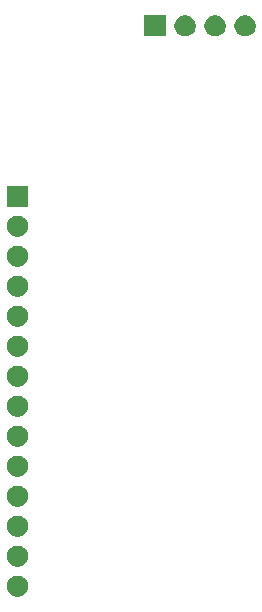
<source format=gbr>
G04 #@! TF.GenerationSoftware,KiCad,Pcbnew,(5.1.5)-3*
G04 #@! TF.CreationDate,2020-09-08T23:30:12-05:00*
G04 #@! TF.ProjectId,video-transceiver,76696465-6f2d-4747-9261-6e7363656976,rev?*
G04 #@! TF.SameCoordinates,Original*
G04 #@! TF.FileFunction,Soldermask,Bot*
G04 #@! TF.FilePolarity,Negative*
%FSLAX46Y46*%
G04 Gerber Fmt 4.6, Leading zero omitted, Abs format (unit mm)*
G04 Created by KiCad (PCBNEW (5.1.5)-3) date 2020-09-08 23:30:12*
%MOMM*%
%LPD*%
G04 APERTURE LIST*
%ADD10C,0.100000*%
G04 APERTURE END LIST*
D10*
G36*
X127513512Y-107963927D02*
G01*
X127662812Y-107993624D01*
X127826784Y-108061544D01*
X127974354Y-108160147D01*
X128099853Y-108285646D01*
X128198456Y-108433216D01*
X128266376Y-108597188D01*
X128301000Y-108771259D01*
X128301000Y-108948741D01*
X128266376Y-109122812D01*
X128198456Y-109286784D01*
X128099853Y-109434354D01*
X127974354Y-109559853D01*
X127826784Y-109658456D01*
X127662812Y-109726376D01*
X127513512Y-109756073D01*
X127488742Y-109761000D01*
X127311258Y-109761000D01*
X127286488Y-109756073D01*
X127137188Y-109726376D01*
X126973216Y-109658456D01*
X126825646Y-109559853D01*
X126700147Y-109434354D01*
X126601544Y-109286784D01*
X126533624Y-109122812D01*
X126499000Y-108948741D01*
X126499000Y-108771259D01*
X126533624Y-108597188D01*
X126601544Y-108433216D01*
X126700147Y-108285646D01*
X126825646Y-108160147D01*
X126973216Y-108061544D01*
X127137188Y-107993624D01*
X127286488Y-107963927D01*
X127311258Y-107959000D01*
X127488742Y-107959000D01*
X127513512Y-107963927D01*
G37*
G36*
X127513512Y-105423927D02*
G01*
X127662812Y-105453624D01*
X127826784Y-105521544D01*
X127974354Y-105620147D01*
X128099853Y-105745646D01*
X128198456Y-105893216D01*
X128266376Y-106057188D01*
X128301000Y-106231259D01*
X128301000Y-106408741D01*
X128266376Y-106582812D01*
X128198456Y-106746784D01*
X128099853Y-106894354D01*
X127974354Y-107019853D01*
X127826784Y-107118456D01*
X127662812Y-107186376D01*
X127513512Y-107216073D01*
X127488742Y-107221000D01*
X127311258Y-107221000D01*
X127286488Y-107216073D01*
X127137188Y-107186376D01*
X126973216Y-107118456D01*
X126825646Y-107019853D01*
X126700147Y-106894354D01*
X126601544Y-106746784D01*
X126533624Y-106582812D01*
X126499000Y-106408741D01*
X126499000Y-106231259D01*
X126533624Y-106057188D01*
X126601544Y-105893216D01*
X126700147Y-105745646D01*
X126825646Y-105620147D01*
X126973216Y-105521544D01*
X127137188Y-105453624D01*
X127286488Y-105423927D01*
X127311258Y-105419000D01*
X127488742Y-105419000D01*
X127513512Y-105423927D01*
G37*
G36*
X127513512Y-102883927D02*
G01*
X127662812Y-102913624D01*
X127826784Y-102981544D01*
X127974354Y-103080147D01*
X128099853Y-103205646D01*
X128198456Y-103353216D01*
X128266376Y-103517188D01*
X128301000Y-103691259D01*
X128301000Y-103868741D01*
X128266376Y-104042812D01*
X128198456Y-104206784D01*
X128099853Y-104354354D01*
X127974354Y-104479853D01*
X127826784Y-104578456D01*
X127662812Y-104646376D01*
X127513512Y-104676073D01*
X127488742Y-104681000D01*
X127311258Y-104681000D01*
X127286488Y-104676073D01*
X127137188Y-104646376D01*
X126973216Y-104578456D01*
X126825646Y-104479853D01*
X126700147Y-104354354D01*
X126601544Y-104206784D01*
X126533624Y-104042812D01*
X126499000Y-103868741D01*
X126499000Y-103691259D01*
X126533624Y-103517188D01*
X126601544Y-103353216D01*
X126700147Y-103205646D01*
X126825646Y-103080147D01*
X126973216Y-102981544D01*
X127137188Y-102913624D01*
X127286488Y-102883927D01*
X127311258Y-102879000D01*
X127488742Y-102879000D01*
X127513512Y-102883927D01*
G37*
G36*
X127513512Y-100343927D02*
G01*
X127662812Y-100373624D01*
X127826784Y-100441544D01*
X127974354Y-100540147D01*
X128099853Y-100665646D01*
X128198456Y-100813216D01*
X128266376Y-100977188D01*
X128301000Y-101151259D01*
X128301000Y-101328741D01*
X128266376Y-101502812D01*
X128198456Y-101666784D01*
X128099853Y-101814354D01*
X127974354Y-101939853D01*
X127826784Y-102038456D01*
X127662812Y-102106376D01*
X127513512Y-102136073D01*
X127488742Y-102141000D01*
X127311258Y-102141000D01*
X127286488Y-102136073D01*
X127137188Y-102106376D01*
X126973216Y-102038456D01*
X126825646Y-101939853D01*
X126700147Y-101814354D01*
X126601544Y-101666784D01*
X126533624Y-101502812D01*
X126499000Y-101328741D01*
X126499000Y-101151259D01*
X126533624Y-100977188D01*
X126601544Y-100813216D01*
X126700147Y-100665646D01*
X126825646Y-100540147D01*
X126973216Y-100441544D01*
X127137188Y-100373624D01*
X127286488Y-100343927D01*
X127311258Y-100339000D01*
X127488742Y-100339000D01*
X127513512Y-100343927D01*
G37*
G36*
X127513512Y-97803927D02*
G01*
X127662812Y-97833624D01*
X127826784Y-97901544D01*
X127974354Y-98000147D01*
X128099853Y-98125646D01*
X128198456Y-98273216D01*
X128266376Y-98437188D01*
X128301000Y-98611259D01*
X128301000Y-98788741D01*
X128266376Y-98962812D01*
X128198456Y-99126784D01*
X128099853Y-99274354D01*
X127974354Y-99399853D01*
X127826784Y-99498456D01*
X127662812Y-99566376D01*
X127513512Y-99596073D01*
X127488742Y-99601000D01*
X127311258Y-99601000D01*
X127286488Y-99596073D01*
X127137188Y-99566376D01*
X126973216Y-99498456D01*
X126825646Y-99399853D01*
X126700147Y-99274354D01*
X126601544Y-99126784D01*
X126533624Y-98962812D01*
X126499000Y-98788741D01*
X126499000Y-98611259D01*
X126533624Y-98437188D01*
X126601544Y-98273216D01*
X126700147Y-98125646D01*
X126825646Y-98000147D01*
X126973216Y-97901544D01*
X127137188Y-97833624D01*
X127286488Y-97803927D01*
X127311258Y-97799000D01*
X127488742Y-97799000D01*
X127513512Y-97803927D01*
G37*
G36*
X127513512Y-95263927D02*
G01*
X127662812Y-95293624D01*
X127826784Y-95361544D01*
X127974354Y-95460147D01*
X128099853Y-95585646D01*
X128198456Y-95733216D01*
X128266376Y-95897188D01*
X128301000Y-96071259D01*
X128301000Y-96248741D01*
X128266376Y-96422812D01*
X128198456Y-96586784D01*
X128099853Y-96734354D01*
X127974354Y-96859853D01*
X127826784Y-96958456D01*
X127662812Y-97026376D01*
X127513512Y-97056073D01*
X127488742Y-97061000D01*
X127311258Y-97061000D01*
X127286488Y-97056073D01*
X127137188Y-97026376D01*
X126973216Y-96958456D01*
X126825646Y-96859853D01*
X126700147Y-96734354D01*
X126601544Y-96586784D01*
X126533624Y-96422812D01*
X126499000Y-96248741D01*
X126499000Y-96071259D01*
X126533624Y-95897188D01*
X126601544Y-95733216D01*
X126700147Y-95585646D01*
X126825646Y-95460147D01*
X126973216Y-95361544D01*
X127137188Y-95293624D01*
X127286488Y-95263927D01*
X127311258Y-95259000D01*
X127488742Y-95259000D01*
X127513512Y-95263927D01*
G37*
G36*
X127513512Y-92723927D02*
G01*
X127662812Y-92753624D01*
X127826784Y-92821544D01*
X127974354Y-92920147D01*
X128099853Y-93045646D01*
X128198456Y-93193216D01*
X128266376Y-93357188D01*
X128301000Y-93531259D01*
X128301000Y-93708741D01*
X128266376Y-93882812D01*
X128198456Y-94046784D01*
X128099853Y-94194354D01*
X127974354Y-94319853D01*
X127826784Y-94418456D01*
X127662812Y-94486376D01*
X127513512Y-94516073D01*
X127488742Y-94521000D01*
X127311258Y-94521000D01*
X127286488Y-94516073D01*
X127137188Y-94486376D01*
X126973216Y-94418456D01*
X126825646Y-94319853D01*
X126700147Y-94194354D01*
X126601544Y-94046784D01*
X126533624Y-93882812D01*
X126499000Y-93708741D01*
X126499000Y-93531259D01*
X126533624Y-93357188D01*
X126601544Y-93193216D01*
X126700147Y-93045646D01*
X126825646Y-92920147D01*
X126973216Y-92821544D01*
X127137188Y-92753624D01*
X127286488Y-92723927D01*
X127311258Y-92719000D01*
X127488742Y-92719000D01*
X127513512Y-92723927D01*
G37*
G36*
X127513512Y-90183927D02*
G01*
X127662812Y-90213624D01*
X127826784Y-90281544D01*
X127974354Y-90380147D01*
X128099853Y-90505646D01*
X128198456Y-90653216D01*
X128266376Y-90817188D01*
X128301000Y-90991259D01*
X128301000Y-91168741D01*
X128266376Y-91342812D01*
X128198456Y-91506784D01*
X128099853Y-91654354D01*
X127974354Y-91779853D01*
X127826784Y-91878456D01*
X127662812Y-91946376D01*
X127513512Y-91976073D01*
X127488742Y-91981000D01*
X127311258Y-91981000D01*
X127286488Y-91976073D01*
X127137188Y-91946376D01*
X126973216Y-91878456D01*
X126825646Y-91779853D01*
X126700147Y-91654354D01*
X126601544Y-91506784D01*
X126533624Y-91342812D01*
X126499000Y-91168741D01*
X126499000Y-90991259D01*
X126533624Y-90817188D01*
X126601544Y-90653216D01*
X126700147Y-90505646D01*
X126825646Y-90380147D01*
X126973216Y-90281544D01*
X127137188Y-90213624D01*
X127286488Y-90183927D01*
X127311258Y-90179000D01*
X127488742Y-90179000D01*
X127513512Y-90183927D01*
G37*
G36*
X127513512Y-87643927D02*
G01*
X127662812Y-87673624D01*
X127826784Y-87741544D01*
X127974354Y-87840147D01*
X128099853Y-87965646D01*
X128198456Y-88113216D01*
X128266376Y-88277188D01*
X128301000Y-88451259D01*
X128301000Y-88628741D01*
X128266376Y-88802812D01*
X128198456Y-88966784D01*
X128099853Y-89114354D01*
X127974354Y-89239853D01*
X127826784Y-89338456D01*
X127662812Y-89406376D01*
X127513512Y-89436073D01*
X127488742Y-89441000D01*
X127311258Y-89441000D01*
X127286488Y-89436073D01*
X127137188Y-89406376D01*
X126973216Y-89338456D01*
X126825646Y-89239853D01*
X126700147Y-89114354D01*
X126601544Y-88966784D01*
X126533624Y-88802812D01*
X126499000Y-88628741D01*
X126499000Y-88451259D01*
X126533624Y-88277188D01*
X126601544Y-88113216D01*
X126700147Y-87965646D01*
X126825646Y-87840147D01*
X126973216Y-87741544D01*
X127137188Y-87673624D01*
X127286488Y-87643927D01*
X127311258Y-87639000D01*
X127488742Y-87639000D01*
X127513512Y-87643927D01*
G37*
G36*
X127513512Y-85103927D02*
G01*
X127662812Y-85133624D01*
X127826784Y-85201544D01*
X127974354Y-85300147D01*
X128099853Y-85425646D01*
X128198456Y-85573216D01*
X128266376Y-85737188D01*
X128301000Y-85911259D01*
X128301000Y-86088741D01*
X128266376Y-86262812D01*
X128198456Y-86426784D01*
X128099853Y-86574354D01*
X127974354Y-86699853D01*
X127826784Y-86798456D01*
X127662812Y-86866376D01*
X127513512Y-86896073D01*
X127488742Y-86901000D01*
X127311258Y-86901000D01*
X127286488Y-86896073D01*
X127137188Y-86866376D01*
X126973216Y-86798456D01*
X126825646Y-86699853D01*
X126700147Y-86574354D01*
X126601544Y-86426784D01*
X126533624Y-86262812D01*
X126499000Y-86088741D01*
X126499000Y-85911259D01*
X126533624Y-85737188D01*
X126601544Y-85573216D01*
X126700147Y-85425646D01*
X126825646Y-85300147D01*
X126973216Y-85201544D01*
X127137188Y-85133624D01*
X127286488Y-85103927D01*
X127311258Y-85099000D01*
X127488742Y-85099000D01*
X127513512Y-85103927D01*
G37*
G36*
X127513512Y-82563927D02*
G01*
X127662812Y-82593624D01*
X127826784Y-82661544D01*
X127974354Y-82760147D01*
X128099853Y-82885646D01*
X128198456Y-83033216D01*
X128266376Y-83197188D01*
X128301000Y-83371259D01*
X128301000Y-83548741D01*
X128266376Y-83722812D01*
X128198456Y-83886784D01*
X128099853Y-84034354D01*
X127974354Y-84159853D01*
X127826784Y-84258456D01*
X127662812Y-84326376D01*
X127513512Y-84356073D01*
X127488742Y-84361000D01*
X127311258Y-84361000D01*
X127286488Y-84356073D01*
X127137188Y-84326376D01*
X126973216Y-84258456D01*
X126825646Y-84159853D01*
X126700147Y-84034354D01*
X126601544Y-83886784D01*
X126533624Y-83722812D01*
X126499000Y-83548741D01*
X126499000Y-83371259D01*
X126533624Y-83197188D01*
X126601544Y-83033216D01*
X126700147Y-82885646D01*
X126825646Y-82760147D01*
X126973216Y-82661544D01*
X127137188Y-82593624D01*
X127286488Y-82563927D01*
X127311258Y-82559000D01*
X127488742Y-82559000D01*
X127513512Y-82563927D01*
G37*
G36*
X127513512Y-80023927D02*
G01*
X127662812Y-80053624D01*
X127826784Y-80121544D01*
X127974354Y-80220147D01*
X128099853Y-80345646D01*
X128198456Y-80493216D01*
X128266376Y-80657188D01*
X128301000Y-80831259D01*
X128301000Y-81008741D01*
X128266376Y-81182812D01*
X128198456Y-81346784D01*
X128099853Y-81494354D01*
X127974354Y-81619853D01*
X127826784Y-81718456D01*
X127662812Y-81786376D01*
X127513512Y-81816073D01*
X127488742Y-81821000D01*
X127311258Y-81821000D01*
X127286488Y-81816073D01*
X127137188Y-81786376D01*
X126973216Y-81718456D01*
X126825646Y-81619853D01*
X126700147Y-81494354D01*
X126601544Y-81346784D01*
X126533624Y-81182812D01*
X126499000Y-81008741D01*
X126499000Y-80831259D01*
X126533624Y-80657188D01*
X126601544Y-80493216D01*
X126700147Y-80345646D01*
X126825646Y-80220147D01*
X126973216Y-80121544D01*
X127137188Y-80053624D01*
X127286488Y-80023927D01*
X127311258Y-80019000D01*
X127488742Y-80019000D01*
X127513512Y-80023927D01*
G37*
G36*
X127513512Y-77483927D02*
G01*
X127662812Y-77513624D01*
X127826784Y-77581544D01*
X127974354Y-77680147D01*
X128099853Y-77805646D01*
X128198456Y-77953216D01*
X128266376Y-78117188D01*
X128301000Y-78291259D01*
X128301000Y-78468741D01*
X128266376Y-78642812D01*
X128198456Y-78806784D01*
X128099853Y-78954354D01*
X127974354Y-79079853D01*
X127826784Y-79178456D01*
X127662812Y-79246376D01*
X127513512Y-79276073D01*
X127488742Y-79281000D01*
X127311258Y-79281000D01*
X127286488Y-79276073D01*
X127137188Y-79246376D01*
X126973216Y-79178456D01*
X126825646Y-79079853D01*
X126700147Y-78954354D01*
X126601544Y-78806784D01*
X126533624Y-78642812D01*
X126499000Y-78468741D01*
X126499000Y-78291259D01*
X126533624Y-78117188D01*
X126601544Y-77953216D01*
X126700147Y-77805646D01*
X126825646Y-77680147D01*
X126973216Y-77581544D01*
X127137188Y-77513624D01*
X127286488Y-77483927D01*
X127311258Y-77479000D01*
X127488742Y-77479000D01*
X127513512Y-77483927D01*
G37*
G36*
X128301000Y-76741000D02*
G01*
X126499000Y-76741000D01*
X126499000Y-74939000D01*
X128301000Y-74939000D01*
X128301000Y-76741000D01*
G37*
G36*
X146782012Y-60517427D02*
G01*
X146931312Y-60547124D01*
X147095284Y-60615044D01*
X147242854Y-60713647D01*
X147368353Y-60839146D01*
X147466956Y-60986716D01*
X147534876Y-61150688D01*
X147569500Y-61324759D01*
X147569500Y-61502241D01*
X147534876Y-61676312D01*
X147466956Y-61840284D01*
X147368353Y-61987854D01*
X147242854Y-62113353D01*
X147095284Y-62211956D01*
X146931312Y-62279876D01*
X146782012Y-62309573D01*
X146757242Y-62314500D01*
X146579758Y-62314500D01*
X146554988Y-62309573D01*
X146405688Y-62279876D01*
X146241716Y-62211956D01*
X146094146Y-62113353D01*
X145968647Y-61987854D01*
X145870044Y-61840284D01*
X145802124Y-61676312D01*
X145767500Y-61502241D01*
X145767500Y-61324759D01*
X145802124Y-61150688D01*
X145870044Y-60986716D01*
X145968647Y-60839146D01*
X146094146Y-60713647D01*
X146241716Y-60615044D01*
X146405688Y-60547124D01*
X146554988Y-60517427D01*
X146579758Y-60512500D01*
X146757242Y-60512500D01*
X146782012Y-60517427D01*
G37*
G36*
X144242012Y-60517427D02*
G01*
X144391312Y-60547124D01*
X144555284Y-60615044D01*
X144702854Y-60713647D01*
X144828353Y-60839146D01*
X144926956Y-60986716D01*
X144994876Y-61150688D01*
X145029500Y-61324759D01*
X145029500Y-61502241D01*
X144994876Y-61676312D01*
X144926956Y-61840284D01*
X144828353Y-61987854D01*
X144702854Y-62113353D01*
X144555284Y-62211956D01*
X144391312Y-62279876D01*
X144242012Y-62309573D01*
X144217242Y-62314500D01*
X144039758Y-62314500D01*
X144014988Y-62309573D01*
X143865688Y-62279876D01*
X143701716Y-62211956D01*
X143554146Y-62113353D01*
X143428647Y-61987854D01*
X143330044Y-61840284D01*
X143262124Y-61676312D01*
X143227500Y-61502241D01*
X143227500Y-61324759D01*
X143262124Y-61150688D01*
X143330044Y-60986716D01*
X143428647Y-60839146D01*
X143554146Y-60713647D01*
X143701716Y-60615044D01*
X143865688Y-60547124D01*
X144014988Y-60517427D01*
X144039758Y-60512500D01*
X144217242Y-60512500D01*
X144242012Y-60517427D01*
G37*
G36*
X141702012Y-60517427D02*
G01*
X141851312Y-60547124D01*
X142015284Y-60615044D01*
X142162854Y-60713647D01*
X142288353Y-60839146D01*
X142386956Y-60986716D01*
X142454876Y-61150688D01*
X142489500Y-61324759D01*
X142489500Y-61502241D01*
X142454876Y-61676312D01*
X142386956Y-61840284D01*
X142288353Y-61987854D01*
X142162854Y-62113353D01*
X142015284Y-62211956D01*
X141851312Y-62279876D01*
X141702012Y-62309573D01*
X141677242Y-62314500D01*
X141499758Y-62314500D01*
X141474988Y-62309573D01*
X141325688Y-62279876D01*
X141161716Y-62211956D01*
X141014146Y-62113353D01*
X140888647Y-61987854D01*
X140790044Y-61840284D01*
X140722124Y-61676312D01*
X140687500Y-61502241D01*
X140687500Y-61324759D01*
X140722124Y-61150688D01*
X140790044Y-60986716D01*
X140888647Y-60839146D01*
X141014146Y-60713647D01*
X141161716Y-60615044D01*
X141325688Y-60547124D01*
X141474988Y-60517427D01*
X141499758Y-60512500D01*
X141677242Y-60512500D01*
X141702012Y-60517427D01*
G37*
G36*
X139949500Y-62314500D02*
G01*
X138147500Y-62314500D01*
X138147500Y-60512500D01*
X139949500Y-60512500D01*
X139949500Y-62314500D01*
G37*
M02*

</source>
